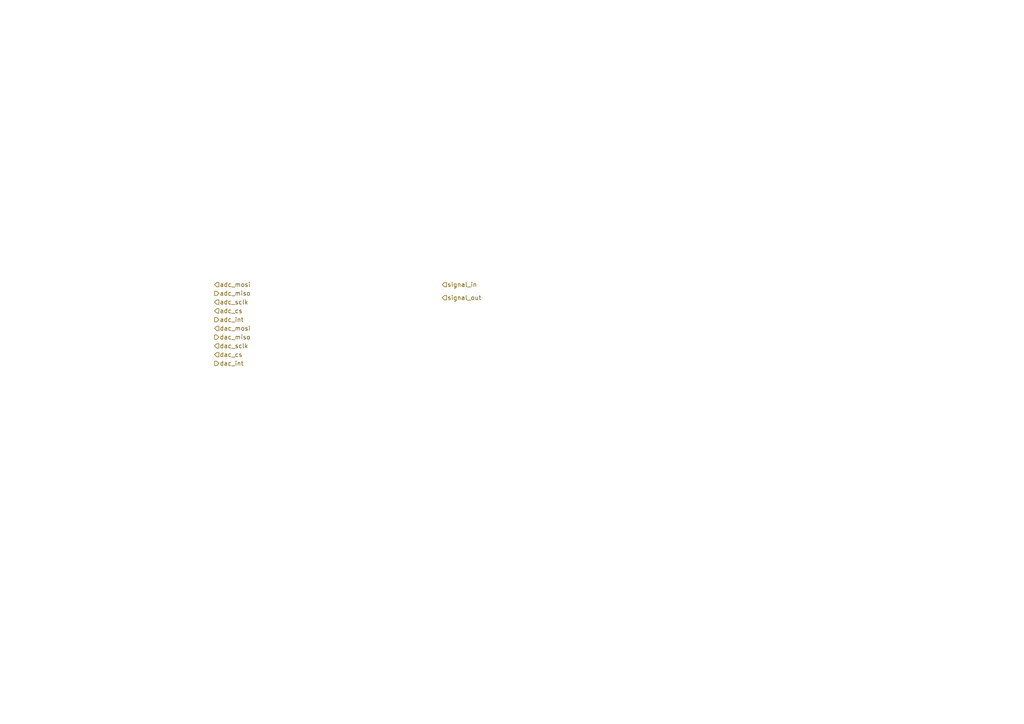
<source format=kicad_sch>
(kicad_sch (version 20230121) (generator eeschema)
  (paper "A4")
  (lib_symbols)
  (hierarchical_label "adc_cs" (shape input) (at 62.23 90.17 0))
  (hierarchical_label "adc_mosi" (shape input) (at 62.23 82.55 0))
  (hierarchical_label "dac_cs" (shape input) (at 62.23 102.87 0))
  (hierarchical_label "signal_in" (shape input) (at 128.27 82.55 0))
  (hierarchical_label "dac_mosi" (shape input) (at 62.23 95.25 0))
  (hierarchical_label "adc_sclk" (shape input) (at 62.23 87.63 0))
  (hierarchical_label "dac_miso" (shape output) (at 62.23 97.79 0))
  (hierarchical_label "adc_miso" (shape output) (at 62.23 85.09 0))
  (hierarchical_label "adc_int" (shape output) (at 62.23 92.71 0))
  (hierarchical_label "dac_sclk" (shape input) (at 62.23 100.33 0))
  (hierarchical_label "dac_int" (shape output) (at 62.23 105.41 0))
  (hierarchical_label "signal_out" (shape input) (at 128.27 86.36 0))
)
</source>
